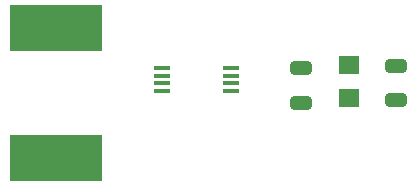
<source format=gtp>
%TF.GenerationSoftware,KiCad,Pcbnew,7.0.2*%
%TF.CreationDate,2023-08-26T08:56:55-07:00*%
%TF.ProjectId,Current Sense Standalone,43757272-656e-4742-9053-656e73652053,rev?*%
%TF.SameCoordinates,Original*%
%TF.FileFunction,Paste,Top*%
%TF.FilePolarity,Positive*%
%FSLAX46Y46*%
G04 Gerber Fmt 4.6, Leading zero omitted, Abs format (unit mm)*
G04 Created by KiCad (PCBNEW 7.0.2) date 2023-08-26 08:56:55*
%MOMM*%
%LPD*%
G01*
G04 APERTURE LIST*
G04 Aperture macros list*
%AMRoundRect*
0 Rectangle with rounded corners*
0 $1 Rounding radius*
0 $2 $3 $4 $5 $6 $7 $8 $9 X,Y pos of 4 corners*
0 Add a 4 corners polygon primitive as box body*
4,1,4,$2,$3,$4,$5,$6,$7,$8,$9,$2,$3,0*
0 Add four circle primitives for the rounded corners*
1,1,$1+$1,$2,$3*
1,1,$1+$1,$4,$5*
1,1,$1+$1,$6,$7*
1,1,$1+$1,$8,$9*
0 Add four rect primitives between the rounded corners*
20,1,$1+$1,$2,$3,$4,$5,0*
20,1,$1+$1,$4,$5,$6,$7,0*
20,1,$1+$1,$6,$7,$8,$9,0*
20,1,$1+$1,$8,$9,$2,$3,0*%
G04 Aperture macros list end*
%ADD10RoundRect,0.250000X-0.650000X0.325000X-0.650000X-0.325000X0.650000X-0.325000X0.650000X0.325000X0*%
%ADD11R,1.800000X1.600000*%
%ADD12R,7.800000X4.000000*%
%ADD13R,1.473200X0.355600*%
G04 APERTURE END LIST*
D10*
X50411329Y-25400000D03*
X50411329Y-28350000D03*
D11*
X54453375Y-25140000D03*
X54453375Y-27940000D03*
D12*
X29629273Y-33018011D03*
X29629273Y-22018011D03*
D10*
X58420000Y-25195000D03*
X58420000Y-28145000D03*
D13*
X38608000Y-25400000D03*
X38608000Y-26049998D03*
X38608000Y-26700000D03*
X38608000Y-27349998D03*
X44450000Y-27349998D03*
X44450000Y-26700000D03*
X44450000Y-26049998D03*
X44450000Y-25400000D03*
M02*

</source>
